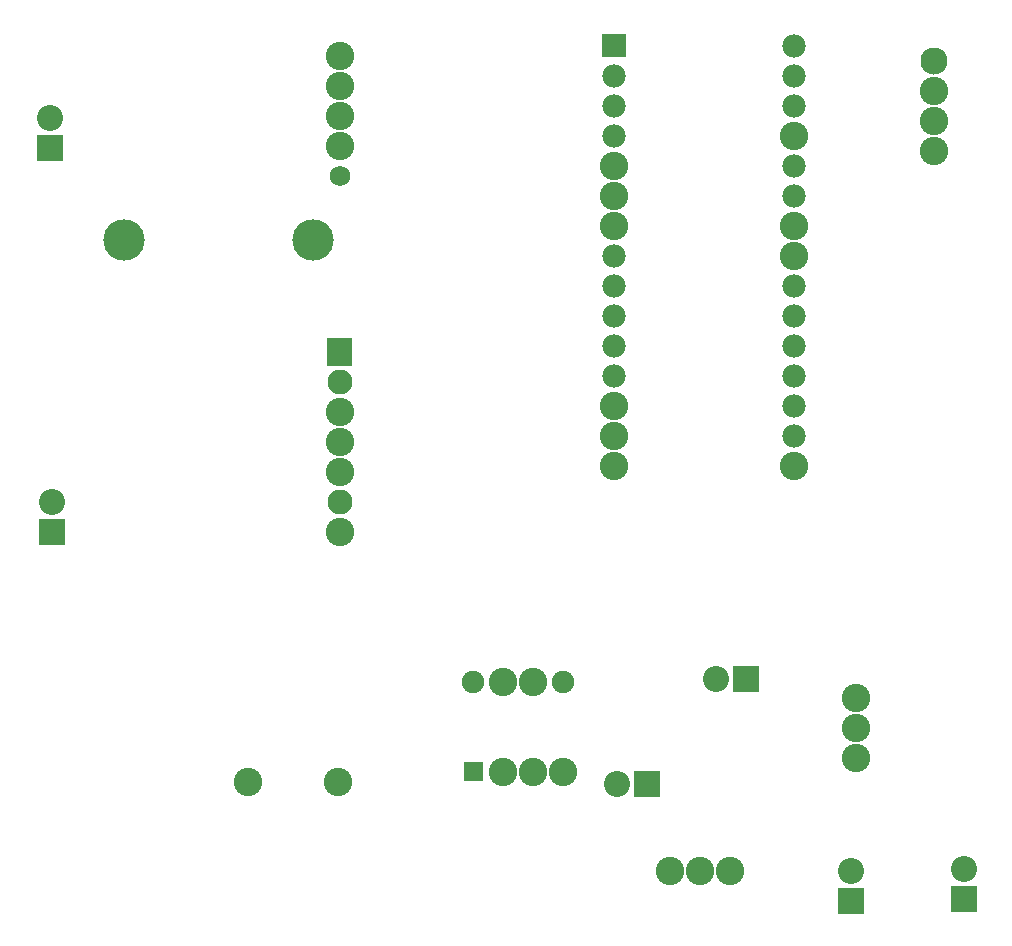
<source format=gts>
G04 Layer: TopSolderMaskLayer*
G04 EasyEDA v6.3.22, 2020-02-07T10:38:26+05:30*
G04 d98ca743bd924faf94c975302ac9eeb7,545d4b8ce55c4096bfffc31d6a5384ca,10*
G04 Gerber Generator version 0.2*
G04 Scale: 100 percent, Rotated: No, Reflected: No *
G04 Dimensions in millimeters *
G04 leading zeros omitted , absolute positions ,3 integer and 3 decimal *
%FSLAX33Y33*%
%MOMM*%
G90*
G71D02*

%ADD30C,2.203196*%
%ADD31C,2.404008*%
%ADD32C,1.981200*%
%ADD34C,2.300021*%
%ADD36C,2.123186*%
%ADD37C,3.505200*%
%ADD38C,1.727200*%
%ADD40C,1.897024*%

%LPD*%
G36*
G01X88051Y4612D02*
G01X88051Y6817D01*
G01X90256Y6817D01*
G01X90256Y4612D01*
G01X88051Y4612D01*
G37*
G54D30*
G01X89154Y8255D03*
G36*
G01X70779Y14518D02*
G01X70779Y16723D01*
G01X72984Y16723D01*
G01X72984Y14518D01*
G01X70779Y14518D01*
G37*
G01X69342Y15621D03*
G36*
G01X20360Y35854D02*
G01X20360Y38059D01*
G01X22565Y38059D01*
G01X22565Y35854D01*
G01X20360Y35854D01*
G37*
G01X21463Y39497D03*
G36*
G01X20233Y68366D02*
G01X20233Y70571D01*
G01X22438Y70571D01*
G01X22438Y68366D01*
G01X20233Y68366D01*
G37*
G01X21336Y72009D03*
G54D31*
G01X89535Y20330D03*
G01X89535Y22870D03*
G01X89535Y17769D03*
G01X76316Y8255D03*
G01X73776Y8255D03*
G01X78877Y8255D03*
G01X69088Y67945D03*
G54D32*
G01X69088Y70485D03*
G01X69088Y73025D03*
G01X69088Y75565D03*
G36*
G01X68097Y77114D02*
G01X68097Y79095D01*
G01X70078Y79095D01*
G01X70078Y77114D01*
G01X68097Y77114D01*
G37*
G54D31*
G01X69088Y65405D03*
G01X69088Y62865D03*
G54D32*
G01X69088Y60325D03*
G01X69088Y57785D03*
G01X69088Y55245D03*
G01X69088Y52705D03*
G01X69088Y50165D03*
G54D31*
G01X69088Y47625D03*
G01X69088Y45085D03*
G01X69088Y42545D03*
G54D32*
G01X84328Y78105D03*
G01X84328Y75565D03*
G01X84328Y73025D03*
G54D31*
G01X84328Y70485D03*
G54D32*
G01X84328Y67945D03*
G01X84328Y65405D03*
G54D31*
G01X84328Y62865D03*
G01X84328Y60325D03*
G54D32*
G01X84328Y57785D03*
G01X84328Y55245D03*
G01X84328Y52705D03*
G01X84328Y50165D03*
G01X84328Y47625D03*
G01X84328Y45085D03*
G54D31*
G01X84328Y42545D03*
G54D34*
G01X96139Y76835D03*
G54D31*
G01X96139Y74295D03*
G01X96139Y71755D03*
G01X96139Y69215D03*
G01X38100Y15748D03*
G01X45720Y15748D03*
G36*
G01X44785Y50995D02*
G01X44785Y53398D01*
G01X46908Y53398D01*
G01X46908Y50995D01*
G01X44785Y50995D01*
G37*
G54D36*
G01X45847Y49657D03*
G54D31*
G01X45847Y47117D03*
G01X45847Y44577D03*
G01X45847Y42037D03*
G54D36*
G01X45847Y39497D03*
G54D31*
G01X45847Y36957D03*
G36*
G01X79161Y23408D02*
G01X79161Y25613D01*
G01X81366Y25613D01*
G01X81366Y23408D01*
G01X79161Y23408D01*
G37*
G54D30*
G01X77724Y24511D03*
G54D37*
G01X43586Y61685D03*
G01X27586Y61685D03*
G54D31*
G01X45847Y77216D03*
G01X45847Y74676D03*
G01X45847Y72136D03*
G01X45847Y69596D03*
G54D38*
G01X45847Y67056D03*
G36*
G01X56349Y15836D02*
G01X56349Y17437D01*
G01X57950Y17437D01*
G01X57950Y15836D01*
G01X56349Y15836D01*
G37*
G54D31*
G01X59690Y16637D03*
G01X62230Y16637D03*
G01X64770Y16637D03*
G54D40*
G01X64770Y24257D03*
G54D31*
G01X62230Y24257D03*
G01X59690Y24257D03*
G54D40*
G01X57150Y24257D03*
G36*
G01X97576Y4739D02*
G01X97576Y6944D01*
G01X99781Y6944D01*
G01X99781Y4739D01*
G01X97576Y4739D01*
G37*
G54D30*
G01X98679Y8382D03*
M00*
M02*

</source>
